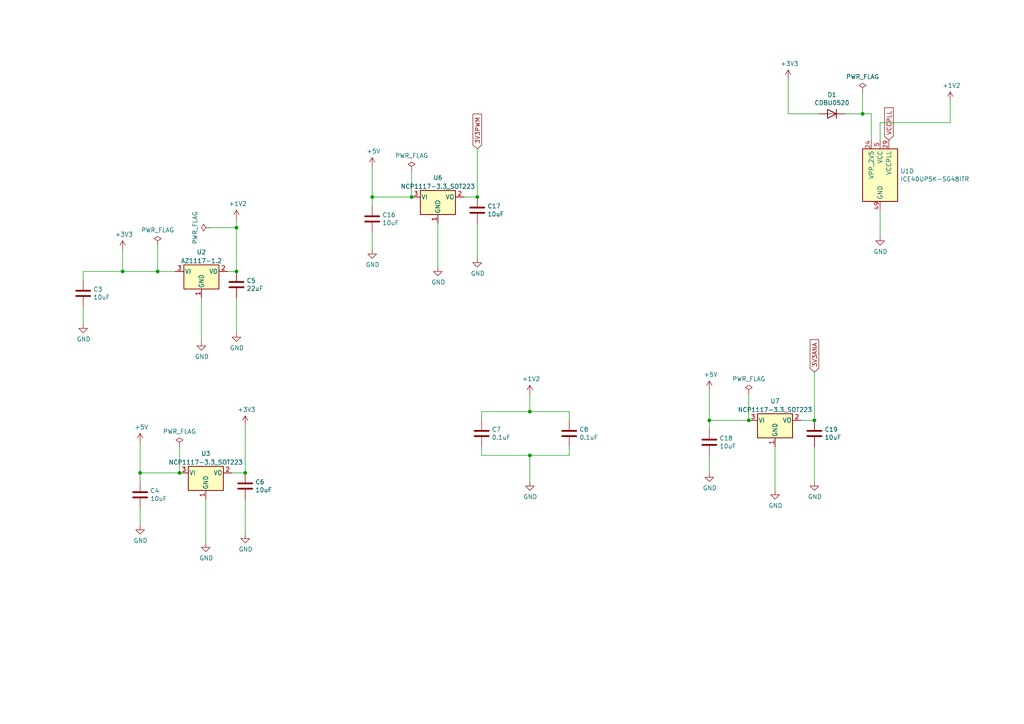
<source format=kicad_sch>
(kicad_sch (version 20211123) (generator eeschema)
  (paper "A4")
  (lib_symbols
    (symbol "Device:C" (pin_numbers hide) (pin_names (offset 0.254))
      (property "Reference" "C" (at 0.635 2.54 0))
      (property "Value" "C" (at 0.635 -2.54 0))
      (symbol "C_0_1"
        (polyline (pts (xy -2.032 -0.762) (xy 2.032 -0.762)) (stroke (width 0.508)))
        (polyline (pts (xy -2.032 0.762) (xy 2.032 0.762)) (stroke (width 0.508)))
      )
      (symbol "C_1_1"
        (pin passive line (at 0 3.81 270) (length 2.794) (name "~") (number "1"))
        (pin passive line (at 0 -3.81 90) (length 2.794) (name "~") (number "2"))
      )
    )
    (symbol "Device:D" (pin_numbers hide) (pin_names (offset 1.016) hide)
      (property "Reference" "D" (at 0 2.54 0))
      (property "Value" "D" (at 0 -2.54 0))
      (symbol "D_0_1"
        (polyline (pts (xy -1.27 1.27) (xy -1.27 -1.27)) (stroke (width 0.254)))
        (polyline (pts (xy 1.27 0) (xy -1.27 0)))
        (polyline (pts (xy 1.27 1.27) (xy 1.27 -1.27) (xy -1.27 0) (xy 1.27 1.27)) (stroke (width 0.254)))
      )
      (symbol "D_1_1"
        (pin passive line (at -3.81 0 0) (length 2.54) (name "K") (number "1"))
        (pin passive line (at 3.81 0 180) (length 2.54) (name "A") (number "2"))
      )
    )
    (symbol "FPGA_Lattice:ICE40UP5K-SG48ITR"
      (property "Reference" "U" (at -8.89 -29.21 0))
      (property "Value" "ICE40UP5K-SG48ITR" (at 0 -31.75 0))
      (symbol "ICE40UP5K-SG48ITR_1_1"
        (rectangle (start -7.62 25.4) (end 7.62 -27.94) (stroke (width 0.254)) (fill (type background)))
        (pin bidirectional line (at -10.16 12.7 0) (length 2.54) (name "IOT_37a") (number "23"))
        (pin bidirectional line (at -10.16 15.24 0) (length 2.54) (name "IOT_36b") (number "25"))
        (pin bidirectional line (at -10.16 7.62 0) (length 2.54) (name "IOT_39a") (number "26"))
        (pin bidirectional line (at -10.16 10.16 0) (length 2.54) (name "IOT_38b") (number "27"))
        (pin bidirectional line (at -10.16 5.08 0) (length 2.54) (name "IOT_41a") (number "28"))
        (pin bidirectional line (at -10.16 2.54 0) (length 2.54) (name "IOT_42b") (number "31"))
        (pin bidirectional line (at -10.16 0 0) (length 2.54) (name "IOT_43a") (number "32"))
        (pin power_in line (at 0 27.94 270) (length 2.54) (name "VCCIO_0") (number "33"))
        (pin bidirectional line (at -10.16 -2.54 0) (length 2.54) (name "IOT_44b") (number "34"))
        (pin bidirectional line (at -10.16 -7.62 0) (length 2.54) (name "IOT_46b_G0") (number "35"))
        (pin bidirectional line (at -10.16 -10.16 0) (length 2.54) (name "IOT_48b") (number "36"))
        (pin bidirectional line (at -10.16 -5.08 0) (length 2.54) (name "IOT_45a_G1") (number "37"))
        (pin bidirectional line (at -10.16 -15.24 0) (length 2.54) (name "IOT_50b") (number "38"))
        (pin open_collector line (at -10.16 -20.32 0) (length 2.54) (name "RGB0") (number "39"))
        (pin open_collector line (at -10.16 -22.86 0) (length 2.54) (name "RGB1") (number "40"))
        (pin open_collector line (at -10.16 -25.4 0) (length 2.54) (name "RGB2") (number "41"))
        (pin bidirectional line (at -10.16 -17.78 0) (length 2.54) (name "IOT_51a") (number "42"))
        (pin bidirectional line (at -10.16 -12.7 0) (length 2.54) (name "IOT_49a") (number "43"))
      )
      (symbol "ICE40UP5K-SG48ITR_2_1"
        (rectangle (start -10.16 25.4) (end 10.16 -25.4) (stroke (width 0.254)) (fill (type background)))
        (pin bidirectional line (at -12.7 5.08 0) (length 2.54) (name "IOB_18a") (number "10"))
        (pin bidirectional line (at -12.7 2.54 0) (length 2.54) (name "IOB_20a") (number "11"))
        (pin bidirectional line (at -12.7 0 0) (length 2.54) (name "IOB_22b") (number "12"))
        (pin bidirectional line (at -12.7 -5.08 0) (length 2.54) (name "IOB_24a") (number "13"))
        (pin bidirectional line (at -12.7 -15.24 0) (length 2.54) (name "IOB_32a_SPI_SO") (number "14"))
        (pin bidirectional line (at -12.7 -20.32 0) (length 2.54) (name "IOB_34a_SPI_SCK") (number "15"))
        (pin bidirectional line (at -12.7 -22.86 0) (length 2.54) (name "IOB_35b_SPI_SS") (number "16"))
        (pin bidirectional line (at -12.7 -17.78 0) (length 2.54) (name "IOB_33b_SPI_SI") (number "17"))
        (pin bidirectional line (at -12.7 -12.7 0) (length 2.54) (name "IOB_31b") (number "18"))
        (pin bidirectional line (at -12.7 -10.16 0) (length 2.54) (name "IOB_29b") (number "19"))
        (pin bidirectional line (at -12.7 -7.62 0) (length 2.54) (name "IOB_25b_G3") (number "20"))
        (pin bidirectional line (at -12.7 -2.54 0) (length 2.54) (name "IOB_23b") (number "21"))
        (pin power_in line (at 0 27.94 270) (length 2.54) (name "SPI_VCCIO1") (number "22"))
        (pin bidirectional line (at -12.7 10.16 0) (length 2.54) (name "IOB_13b") (number "6"))
        (pin open_collector line (at 12.7 17.78 180) (length 2.54) (name "CDONE") (number "7"))
        (pin input line (at -12.7 17.78 0) (length 2.54) (name "~{CRESET}") (number "8"))
        (pin bidirectional line (at -12.7 7.62 0) (length 2.54) (name "IOB_16a") (number "9"))
      )
      (symbol "ICE40UP5K-SG48ITR_3_1"
        (rectangle (start -7.62 15.24) (end 7.62 -15.24) (stroke (width 0.254)) (fill (type background)))
        (pin power_in line (at 0 17.78 270) (length 2.54) (name "VCCIO_2") (number "1"))
        (pin bidirectional line (at -10.16 -7.62 0) (length 2.54) (name "IOB_6a") (number "2"))
        (pin bidirectional line (at -10.16 -12.7 0) (length 2.54) (name "IOB_9b") (number "3"))
        (pin bidirectional line (at -10.16 -10.16 0) (length 2.54) (name "IOB_8a") (number "4"))
        (pin bidirectional line (at -10.16 0 0) (length 2.54) (name "IOB_3b_G6") (number "44"))
        (pin bidirectional line (at -10.16 -5.08 0) (length 2.54) (name "IOB_5b") (number "45"))
        (pin bidirectional line (at -10.16 5.08 0) (length 2.54) (name "IOB_0a") (number "46"))
        (pin bidirectional line (at -10.16 2.54 0) (length 2.54) (name "IOB_2a") (number "47"))
        (pin bidirectional line (at -10.16 -2.54 0) (length 2.54) (name "IOB_4a") (number "48"))
      )
      (symbol "ICE40UP5K-SG48ITR_4_1"
        (rectangle (start -5.08 7.62) (end 5.08 -7.62) (stroke (width 0.254)) (fill (type background)))
        (pin power_in line (at -2.54 10.16 270) (length 2.54) (name "VPP_2V5") (number "24"))
        (pin power_out line (at 2.54 10.16 270) (length 2.54) (name "VCCPLL") (number "29"))
        (pin passive line (at 0 10.16 270) (length 2.54) hide (name "VCC") (number "30"))
        (pin power_in line (at 0 -10.16 90) (length 2.54) (name "GND") (number "49"))
        (pin power_in line (at 0 10.16 270) (length 2.54) (name "VCC") (number "5"))
      )
    )
    (symbol "Regulator_Linear:AZ1117-1.2" (pin_names (offset 0.254))
      (property "Reference" "U" (at -3.81 3.175 0))
      (property "Value" "AZ1117-1.2" (at 0 3.175 0))
      (symbol "AZ1117-1.2_0_1"
        (rectangle (start -5.08 1.905) (end 5.08 -5.08) (stroke (width 0.254)) (fill (type background)))
      )
      (symbol "AZ1117-1.2_1_1"
        (pin power_in line (at 0 -7.62 90) (length 2.54) (name "GND") (number "1"))
        (pin power_out line (at 7.62 0 180) (length 2.54) (name "VO") (number "2"))
        (pin power_in line (at -7.62 0 0) (length 2.54) (name "VI") (number "3"))
      )
    )
    (symbol "Regulator_Linear:NCP1117-3.3_SOT223" (pin_names (offset 0.254))
      (property "Reference" "U" (at -3.81 3.175 0))
      (property "Value" "NCP1117-3.3_SOT223" (at 0 3.175 0))
      (symbol "NCP1117-3.3_SOT223_0_1"
        (rectangle (start -5.08 -5.08) (end 5.08 1.905) (stroke (width 0.254)) (fill (type background)))
      )
      (symbol "NCP1117-3.3_SOT223_1_1"
        (pin power_in line (at 0 -7.62 90) (length 2.54) (name "GND") (number "1"))
        (pin power_out line (at 7.62 0 180) (length 2.54) (name "VO") (number "2"))
        (pin power_in line (at -7.62 0 0) (length 2.54) (name "VI") (number "3"))
      )
    )
    (symbol "power:+1V2" (power) (pin_names (offset 0))
      (property "Value" "+1V2" (at 0 3.556 0))
      (symbol "+1V2_0_1"
        (polyline (pts (xy -0.762 1.27) (xy 0 2.54)))
        (polyline (pts (xy 0 0) (xy 0 2.54)))
        (polyline (pts (xy 0 2.54) (xy 0.762 1.27)))
      )
      (symbol "+1V2_1_1"
        (pin power_in line (at 0 0 90) (length 0) hide (name "+1V2") (number "1"))
      )
    )
    (symbol "power:+3V3" (power) (pin_names (offset 0))
      (property "Value" "+3V3" (at 0 3.556 0))
      (symbol "+3V3_0_1"
        (polyline (pts (xy -0.762 1.27) (xy 0 2.54)))
        (polyline (pts (xy 0 0) (xy 0 2.54)))
        (polyline (pts (xy 0 2.54) (xy 0.762 1.27)))
      )
      (symbol "+3V3_1_1"
        (pin power_in line (at 0 0 90) (length 0) hide (name "+3V3") (number "1"))
      )
    )
    (symbol "power:+5V" (power) (pin_names (offset 0))
      (property "Value" "+5V" (at 0 3.556 0))
      (symbol "+5V_0_1"
        (polyline (pts (xy -0.762 1.27) (xy 0 2.54)))
        (polyline (pts (xy 0 0) (xy 0 2.54)))
        (polyline (pts (xy 0 2.54) (xy 0.762 1.27)))
      )
      (symbol "+5V_1_1"
        (pin power_in line (at 0 0 90) (length 0) hide (name "+5V") (number "1"))
      )
    )
    (symbol "power:GND" (power) (pin_names (offset 0))
      (property "Value" "GND" (at 0 -3.81 0))
      (symbol "GND_0_1"
        (polyline (pts (xy 0 0) (xy 0 -1.27) (xy 1.27 -1.27) (xy 0 -2.54) (xy -1.27 -1.27) (xy 0 -1.27)))
      )
      (symbol "GND_1_1"
        (pin power_in line (at 0 0 270) (length 0) hide (name "GND") (number "1"))
      )
    )
    (symbol "power:PWR_FLAG" (power) (pin_numbers hide) (pin_names (offset 0) hide)
      (property "Value" "PWR_FLAG" (at 0 3.81 0))
      (symbol "PWR_FLAG_0_0"
        (pin power_out line (at 0 0 90) (length 0) (name "pwr") (number "1"))
      )
      (symbol "PWR_FLAG_0_1"
        (polyline (pts (xy 0 0) (xy 0 1.27) (xy -1.016 1.905) (xy 0 2.54) (xy 1.016 1.905) (xy 0 1.27)))
      )
    )
  )
  (junction (at 236.22 121.92))
  (junction (at 40.64 137.16))
  (junction (at 205.74 121.92))
  (junction (at 107.95 57.15))
  (junction (at 153.67 132.08))
  (junction (at 52.07 137.16))
  (junction (at 119.38 57.15))
  (junction (at 217.17 121.92))
  (junction (at 35.56 78.74))
  (junction (at 68.58 66.04))
  (junction (at 45.72 78.74))
  (junction (at 153.67 119.38))
  (junction (at 138.43 57.15))
  (junction (at 68.58 78.74))
  (junction (at 71.12 137.16))
  (junction (at 250.19 33.02))
  (wire (pts (xy 255.27 60.96) (xy 255.27 68.58)))
  (wire (pts (xy 107.95 67.31) (xy 107.95 72.39)))
  (wire (pts (xy 119.38 49.53) (xy 119.38 57.15)))
  (wire (pts (xy 68.58 78.74) (xy 68.58 66.04)))
  (wire (pts (xy 45.72 78.74) (xy 50.8 78.74)))
  (wire (pts (xy 205.74 113.03) (xy 205.74 121.92)))
  (wire (pts (xy 245.11 33.02) (xy 250.19 33.02)))
  (wire (pts (xy 127 64.77) (xy 127 77.47)))
  (wire (pts (xy 134.62 57.15) (xy 138.43 57.15)))
  (wire (pts (xy 236.22 107.95) (xy 236.22 121.92)))
  (wire (pts (xy 205.74 132.08) (xy 205.74 137.16)))
  (wire (pts (xy 66.04 78.74) (xy 68.58 78.74)))
  (wire (pts (xy 250.19 33.02) (xy 252.73 33.02)))
  (wire (pts (xy 205.74 124.46) (xy 205.74 121.92)))
  (wire (pts (xy 58.42 86.36) (xy 58.42 99.06)))
  (wire (pts (xy 24.13 78.74) (xy 35.56 78.74)))
  (wire (pts (xy 71.12 144.78) (xy 71.12 154.94)))
  (wire (pts (xy 107.95 48.26) (xy 107.95 57.15)))
  (wire (pts (xy 40.64 137.16) (xy 52.07 137.16)))
  (wire (pts (xy 217.17 114.3) (xy 217.17 121.92)))
  (wire (pts (xy 224.79 129.54) (xy 224.79 142.24)))
  (wire (pts (xy 275.59 35.56) (xy 275.59 29.21)))
  (wire (pts (xy 45.72 78.74) (xy 35.56 78.74)))
  (wire (pts (xy 205.74 121.92) (xy 217.17 121.92)))
  (wire (pts (xy 232.41 121.92) (xy 236.22 121.92)))
  (wire (pts (xy 165.1 132.08) (xy 165.1 129.54)))
  (wire (pts (xy 153.67 119.38) (xy 165.1 119.38)))
  (wire (pts (xy 60.96 66.04) (xy 68.58 66.04)))
  (wire (pts (xy 45.72 71.12) (xy 45.72 78.74)))
  (wire (pts (xy 67.31 137.16) (xy 71.12 137.16)))
  (wire (pts (xy 40.64 147.32) (xy 40.64 152.4)))
  (wire (pts (xy 252.73 33.02) (xy 252.73 40.64)))
  (wire (pts (xy 139.7 132.08) (xy 153.67 132.08)))
  (wire (pts (xy 236.22 129.54) (xy 236.22 139.7)))
  (wire (pts (xy 138.43 64.77) (xy 138.43 74.93)))
  (wire (pts (xy 228.6 33.02) (xy 237.49 33.02)))
  (wire (pts (xy 255.27 40.64) (xy 255.27 35.56)))
  (wire (pts (xy 35.56 72.39) (xy 35.56 78.74)))
  (wire (pts (xy 24.13 81.28) (xy 24.13 78.74)))
  (wire (pts (xy 71.12 123.19) (xy 71.12 137.16)))
  (wire (pts (xy 40.64 128.27) (xy 40.64 137.16)))
  (wire (pts (xy 52.07 129.54) (xy 52.07 137.16)))
  (wire (pts (xy 59.69 144.78) (xy 59.69 157.48)))
  (wire (pts (xy 107.95 57.15) (xy 119.38 57.15)))
  (wire (pts (xy 250.19 26.67) (xy 250.19 33.02)))
  (wire (pts (xy 228.6 22.86) (xy 228.6 33.02)))
  (wire (pts (xy 153.67 132.08) (xy 153.67 139.7)))
  (wire (pts (xy 139.7 119.38) (xy 153.67 119.38)))
  (wire (pts (xy 40.64 139.7) (xy 40.64 137.16)))
  (wire (pts (xy 24.13 88.9) (xy 24.13 93.98)))
  (wire (pts (xy 68.58 66.04) (xy 68.58 63.5)))
  (wire (pts (xy 153.67 114.3) (xy 153.67 119.38)))
  (wire (pts (xy 138.43 43.18) (xy 138.43 57.15)))
  (wire (pts (xy 107.95 59.69) (xy 107.95 57.15)))
  (wire (pts (xy 255.27 35.56) (xy 275.59 35.56)))
  (wire (pts (xy 68.58 86.36) (xy 68.58 96.52)))
  (wire (pts (xy 165.1 119.38) (xy 165.1 121.92)))
  (wire (pts (xy 153.67 132.08) (xy 165.1 132.08)))
  (wire (pts (xy 139.7 121.92) (xy 139.7 119.38)))
  (wire (pts (xy 139.7 129.54) (xy 139.7 132.08)))
  (global_label "3V3ANA" (shape input) (at 236.22 107.95 90) (property "Intersheet References" "${INTERSHEET_REFS}" (effects hide)))
  (global_label "VCCPLL" (shape input) (at 257.81 40.64 90) (property "Intersheet References" "${INTERSHEET_REFS}" (effects hide)))
  (global_label "3V3PWM" (shape input) (at 138.43 43.18 90) (property "Intersheet References" "${INTERSHEET_REFS}" (effects hide)))
  (symbol (lib_id "FPGA_Lattice:ICE40UP5K-SG48ITR") (at 255.27 50.8 0) (unit 4)
    (property "Reference" "U1" (at 261.112 49.6316 0) (effects (justify left)))
    (property "Value" "ICE40UP5K-SG48ITR" (at 261.112 51.943 0) (effects (justify left)))
    (property "Footprint" "Package_DFN_QFN:QFN-48-1EP_7x7mm_P0.5mm_EP5.6x5.6mm" (effects hide))
    (property "Datasheet" "http://www.latticesemi.com/Products/FPGAandCPLD/iCE40Ultra" (effects hide))
  )
  (symbol (lib_id "Device:D") (at 241.3 33.02 180) (unit 1)
    (property "Reference" "D1" (at 241.3 27.5082 0))
    (property "Value" "CDBU0520" (at 241.3 29.8196 0))
    (property "Footprint" "Diode_SMD:D_0603_1608Metric" (effects hide))
  )
  (symbol (lib_id "power:GND") (at 58.42 99.06 0) (unit 1)
    (property "Reference" "#PWR09" (effects hide))
    (property "Value" "GND" (at 58.547 103.4542 0))
  )
  (symbol (lib_id "power:+3V3") (at 35.56 72.39 0) (unit 1)
    (property "Reference" "#PWR08" (effects hide))
    (property "Value" "+3V3" (at 35.941 67.9958 0))
  )
  (symbol (lib_id "Device:C") (at 24.13 85.09 0) (unit 1)
    (property "Reference" "C3" (at 27.051 83.9216 0) (effects (justify left)))
    (property "Value" "10uF" (at 27.051 86.233 0) (effects (justify left)))
    (property "Footprint" "Capacitor_SMD:C_0402_1005Metric" (effects hide))
  )
  (symbol (lib_id "power:GND") (at 24.13 93.98 0) (unit 1)
    (property "Reference" "#PWR05" (effects hide))
    (property "Value" "GND" (at 24.257 98.3742 0))
  )
  (symbol (lib_id "Device:C") (at 68.58 82.55 0) (unit 1)
    (property "Reference" "C5" (at 71.501 81.3816 0) (effects (justify left)))
    (property "Value" "22uF" (at 71.501 83.693 0) (effects (justify left)))
    (property "Footprint" "Capacitor_SMD:C_0603_1608Metric" (effects hide))
  )
  (symbol (lib_id "power:GND") (at 68.58 96.52 0) (unit 1)
    (property "Reference" "#PWR011" (effects hide))
    (property "Value" "GND" (at 68.707 100.9142 0))
  )
  (symbol (lib_id "power:+1V2") (at 68.58 63.5 0) (unit 1)
    (property "Reference" "#PWR015" (effects hide))
    (property "Value" "+1V2" (at 68.961 59.1058 0))
  )
  (symbol (lib_id "power:+3V3") (at 228.6 22.86 0) (unit 1)
    (property "Reference" "#PWR019" (effects hide))
    (property "Value" "+3V3" (at 228.981 18.4658 0))
  )
  (symbol (lib_id "power:+1V2") (at 275.59 29.21 0) (unit 1)
    (property "Reference" "#PWR021" (effects hide))
    (property "Value" "+1V2" (at 275.971 24.8158 0))
  )
  (symbol (lib_id "power:+1V2") (at 153.67 114.3 0) (unit 1)
    (property "Reference" "#PWR017" (effects hide))
    (property "Value" "+1V2" (at 154.051 109.9058 0))
  )
  (symbol (lib_id "Device:C") (at 139.7 125.73 0) (unit 1)
    (property "Reference" "C7" (at 142.621 124.5616 0) (effects (justify left)))
    (property "Value" "0.1uF" (at 142.621 126.873 0) (effects (justify left)))
    (property "Footprint" "Capacitor_SMD:C_0402_1005Metric" (effects hide))
  )
  (symbol (lib_id "Device:C") (at 165.1 125.73 0) (unit 1)
    (property "Reference" "C8" (at 168.021 124.5616 0) (effects (justify left)))
    (property "Value" "0.1uF" (at 168.021 126.873 0) (effects (justify left)))
    (property "Footprint" "Capacitor_SMD:C_0402_1005Metric" (effects hide))
  )
  (symbol (lib_id "power:GND") (at 255.27 68.58 0) (unit 1)
    (property "Reference" "#PWR020" (effects hide))
    (property "Value" "GND" (at 255.397 72.9742 0))
  )
  (symbol (lib_id "power:GND") (at 153.67 139.7 0) (unit 1)
    (property "Reference" "#PWR018" (effects hide))
    (property "Value" "GND" (at 153.797 144.0942 0))
  )
  (symbol (lib_id "power:GND") (at 59.69 157.48 0) (unit 1)
    (property "Reference" "#PWR010" (effects hide))
    (property "Value" "GND" (at 59.817 161.8742 0))
  )
  (symbol (lib_id "Device:C") (at 40.64 143.51 0) (unit 1)
    (property "Reference" "C4" (at 43.561 142.3416 0) (effects (justify left)))
    (property "Value" "10uF" (at 43.561 144.653 0) (effects (justify left)))
    (property "Footprint" "Capacitor_SMD:C_0402_1005Metric" (effects hide))
  )
  (symbol (lib_id "power:GND") (at 40.64 152.4 0) (unit 1)
    (property "Reference" "#PWR06" (effects hide))
    (property "Value" "GND" (at 40.767 156.7942 0))
  )
  (symbol (lib_id "Device:C") (at 71.12 140.97 0) (unit 1)
    (property "Reference" "C6" (at 74.041 139.8016 0) (effects (justify left)))
    (property "Value" "10uF" (at 74.041 142.113 0) (effects (justify left)))
    (property "Footprint" "Capacitor_SMD:C_0603_1608Metric" (effects hide))
  )
  (symbol (lib_id "power:GND") (at 71.12 154.94 0) (unit 1)
    (property "Reference" "#PWR012" (effects hide))
    (property "Value" "GND" (at 71.247 159.3342 0))
  )
  (symbol (lib_id "power:PWR_FLAG") (at 52.07 129.54 0) (unit 1)
    (property "Reference" "#FLG02" (effects hide))
    (property "Value" "PWR_FLAG" (at 52.07 125.1458 0))
  )
  (symbol (lib_id "power:+3V3") (at 71.12 123.19 0) (unit 1)
    (property "Reference" "#PWR016" (effects hide))
    (property "Value" "+3V3" (at 71.501 118.7958 0))
  )
  (symbol (lib_id "power:+5V") (at 40.64 128.27 0) (unit 1)
    (property "Reference" "#PWR07" (effects hide))
    (property "Value" "+5V" (at 41.021 123.8758 0))
  )
  (symbol (lib_id "power:PWR_FLAG") (at 250.19 26.67 0) (unit 1)
    (property "Reference" "#FLG03" (effects hide))
    (property "Value" "PWR_FLAG" (at 250.19 22.2758 0))
  )
  (symbol (lib_id "power:PWR_FLAG") (at 45.72 71.12 0) (unit 1)
    (property "Reference" "#FLG01" (effects hide))
    (property "Value" "PWR_FLAG" (at 45.72 66.7258 0))
  )
  (symbol (lib_id "power:+5V") (at 107.95 48.26 0) (unit 1)
    (property "Reference" "#PWR0110" (effects hide))
    (property "Value" "+5V" (at 108.331 43.8658 0))
  )
  (symbol (lib_id "Device:C") (at 236.22 125.73 0) (unit 1)
    (property "Reference" "C19" (at 239.141 124.5616 0) (effects (justify left)))
    (property "Value" "10uF" (at 239.141 126.873 0) (effects (justify left)))
    (property "Footprint" "Capacitor_SMD:C_0603_1608Metric" (effects hide))
  )
  (symbol (lib_id "power:PWR_FLAG") (at 60.96 66.04 90) (unit 1)
    (property "Reference" "#FLG0101" (effects hide))
    (property "Value" "PWR_FLAG" (at 56.5658 66.04 0))
  )
  (symbol (lib_id "power:PWR_FLAG") (at 119.38 49.53 0) (unit 1)
    (property "Reference" "#FLG0103" (effects hide))
    (property "Value" "PWR_FLAG" (at 119.38 45.1358 0))
  )
  (symbol (lib_id "power:GND") (at 107.95 72.39 0) (unit 1)
    (property "Reference" "#PWR0107" (effects hide))
    (property "Value" "GND" (at 108.077 76.7842 0))
  )
  (symbol (lib_id "Device:C") (at 107.95 63.5 0) (unit 1)
    (property "Reference" "C16" (at 110.871 62.3316 0) (effects (justify left)))
    (property "Value" "10uF" (at 110.871 64.643 0) (effects (justify left)))
    (property "Footprint" "Capacitor_SMD:C_0402_1005Metric" (effects hide))
  )
  (symbol (lib_id "Regulator_Linear:NCP1117-3.3_SOT223") (at 59.69 137.16 0) (unit 1)
    (property "Reference" "U3" (at 59.69 131.5552 0))
    (property "Value" "NCP1117-3.3_SOT223" (at 59.69 134.0921 0))
    (property "Footprint" "Package_TO_SOT_SMD:SOT-223-3_TabPin2" (effects hide))
    (property "Datasheet" "http://www.onsemi.com/pub_link/Collateral/NCP1117-D.PDF" (effects hide))
  )
  (symbol (lib_id "power:GND") (at 127 77.47 0) (unit 1)
    (property "Reference" "#PWR0109" (effects hide))
    (property "Value" "GND" (at 127.127 81.8642 0))
  )
  (symbol (lib_id "power:GND") (at 138.43 74.93 0) (unit 1)
    (property "Reference" "#PWR0108" (effects hide))
    (property "Value" "GND" (at 138.557 79.3242 0))
  )
  (symbol (lib_id "power:PWR_FLAG") (at 217.17 114.3 0) (unit 1)
    (property "Reference" "#FLG0102" (effects hide))
    (property "Value" "PWR_FLAG" (at 217.17 109.9058 0))
  )
  (symbol (lib_id "power:GND") (at 205.74 137.16 0) (unit 1)
    (property "Reference" "#PWR0104" (effects hide))
    (property "Value" "GND" (at 205.867 141.5542 0))
  )
  (symbol (lib_id "power:+5V") (at 205.74 113.03 0) (unit 1)
    (property "Reference" "#PWR0103" (effects hide))
    (property "Value" "+5V" (at 206.121 108.6358 0))
  )
  (symbol (lib_id "Regulator_Linear:AZ1117-1.2") (at 58.42 78.74 0) (unit 1)
    (property "Reference" "U2" (at 58.42 73.1352 0))
    (property "Value" "AZ1117-1.2" (at 58.42 75.6721 0))
    (property "Footprint" "Package_TO_SOT_SMD:SOT-223-3_TabPin2" (effects hide))
    (property "Datasheet" "https://www.diodes.com/assets/Datasheets/AZ1117.pdf" (effects hide))
  )
  (symbol (lib_id "Regulator_Linear:NCP1117-3.3_SOT223") (at 224.79 121.92 0) (unit 1)
    (property "Reference" "U7" (at 224.79 116.3152 0))
    (property "Value" "NCP1117-3.3_SOT223" (at 224.79 118.8521 0))
    (property "Footprint" "Package_TO_SOT_SMD:SOT-223-3_TabPin2" (effects hide))
    (property "Datasheet" "http://www.onsemi.com/pub_link/Collateral/NCP1117-D.PDF" (effects hide))
  )
  (symbol (lib_id "power:GND") (at 236.22 139.7 0) (unit 1)
    (property "Reference" "#PWR0105" (effects hide))
    (property "Value" "GND" (at 236.347 144.0942 0))
  )
  (symbol (lib_id "Regulator_Linear:NCP1117-3.3_SOT223") (at 127 57.15 0) (unit 1)
    (property "Reference" "U6" (at 127 51.5452 0))
    (property "Value" "NCP1117-3.3_SOT223" (at 127 54.0821 0))
    (property "Footprint" "Package_TO_SOT_SMD:SOT-223-3_TabPin2" (effects hide))
    (property "Datasheet" "http://www.onsemi.com/pub_link/Collateral/NCP1117-D.PDF" (effects hide))
  )
  (symbol (lib_id "power:GND") (at 224.79 142.24 0) (unit 1)
    (property "Reference" "#PWR0106" (effects hide))
    (property "Value" "GND" (at 224.917 146.6342 0))
  )
  (symbol (lib_id "Device:C") (at 205.74 128.27 0) (unit 1)
    (property "Reference" "C18" (at 208.661 127.1016 0) (effects (justify left)))
    (property "Value" "10uF" (at 208.661 129.413 0) (effects (justify left)))
    (property "Footprint" "Capacitor_SMD:C_0402_1005Metric" (effects hide))
  )
  (symbol (lib_id "Device:C") (at 138.43 60.96 0) (unit 1)
    (property "Reference" "C17" (at 141.351 59.7916 0) (effects (justify left)))
    (property "Value" "10uF" (at 141.351 62.103 0) (effects (justify left)))
    (property "Footprint" "Capacitor_SMD:C_0603_1608Metric" (effects hide))
  )
)
</source>
